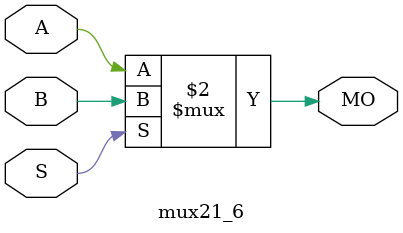
<source format=v>
module mux21_6 (MO,
              A,
              B,
              S);
    input A, B, S;
    output MO;
    assign MO = (S == 1) ? B : A;
endmodule
</source>
